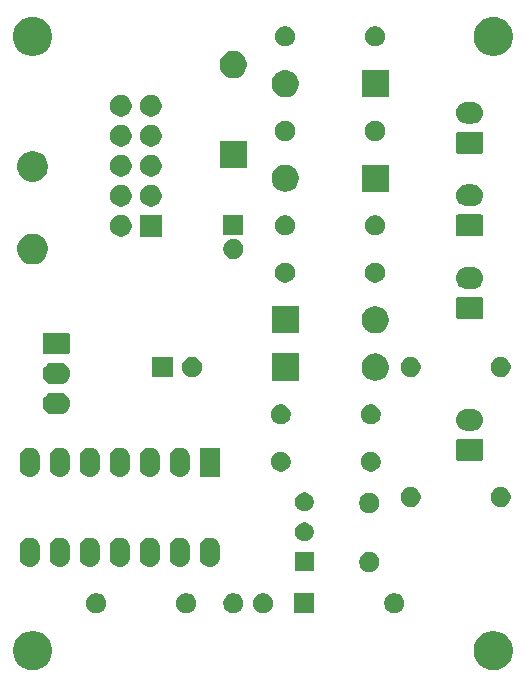
<source format=gbr>
G04 #@! TF.GenerationSoftware,KiCad,Pcbnew,5.1.6-c6e7f7d~87~ubuntu20.04.1*
G04 #@! TF.CreationDate,2020-09-27T20:16:03-04:00*
G04 #@! TF.ProjectId,Suboscillator,5375626f-7363-4696-9c6c-61746f722e6b,rev?*
G04 #@! TF.SameCoordinates,Original*
G04 #@! TF.FileFunction,Soldermask,Top*
G04 #@! TF.FilePolarity,Negative*
%FSLAX46Y46*%
G04 Gerber Fmt 4.6, Leading zero omitted, Abs format (unit mm)*
G04 Created by KiCad (PCBNEW 5.1.6-c6e7f7d~87~ubuntu20.04.1) date 2020-09-27 20:16:03*
%MOMM*%
%LPD*%
G01*
G04 APERTURE LIST*
%ADD10C,0.100000*%
G04 APERTURE END LIST*
D10*
G36*
X169375256Y-87391298D02*
G01*
X169481579Y-87412447D01*
X169782042Y-87536903D01*
X170052451Y-87717585D01*
X170282415Y-87947549D01*
X170463097Y-88217958D01*
X170587553Y-88518421D01*
X170651000Y-88837391D01*
X170651000Y-89162609D01*
X170587553Y-89481579D01*
X170463097Y-89782042D01*
X170282415Y-90052451D01*
X170052451Y-90282415D01*
X169782042Y-90463097D01*
X169481579Y-90587553D01*
X169375256Y-90608702D01*
X169162611Y-90651000D01*
X168837389Y-90651000D01*
X168624744Y-90608702D01*
X168518421Y-90587553D01*
X168217958Y-90463097D01*
X167947549Y-90282415D01*
X167717585Y-90052451D01*
X167536903Y-89782042D01*
X167412447Y-89481579D01*
X167349000Y-89162609D01*
X167349000Y-88837391D01*
X167412447Y-88518421D01*
X167536903Y-88217958D01*
X167717585Y-87947549D01*
X167947549Y-87717585D01*
X168217958Y-87536903D01*
X168518421Y-87412447D01*
X168624744Y-87391298D01*
X168837389Y-87349000D01*
X169162611Y-87349000D01*
X169375256Y-87391298D01*
G37*
G36*
X130375256Y-87391298D02*
G01*
X130481579Y-87412447D01*
X130782042Y-87536903D01*
X131052451Y-87717585D01*
X131282415Y-87947549D01*
X131463097Y-88217958D01*
X131587553Y-88518421D01*
X131651000Y-88837391D01*
X131651000Y-89162609D01*
X131587553Y-89481579D01*
X131463097Y-89782042D01*
X131282415Y-90052451D01*
X131052451Y-90282415D01*
X130782042Y-90463097D01*
X130481579Y-90587553D01*
X130375256Y-90608702D01*
X130162611Y-90651000D01*
X129837389Y-90651000D01*
X129624744Y-90608702D01*
X129518421Y-90587553D01*
X129217958Y-90463097D01*
X128947549Y-90282415D01*
X128717585Y-90052451D01*
X128536903Y-89782042D01*
X128412447Y-89481579D01*
X128349000Y-89162609D01*
X128349000Y-88837391D01*
X128412447Y-88518421D01*
X128536903Y-88217958D01*
X128717585Y-87947549D01*
X128947549Y-87717585D01*
X129217958Y-87536903D01*
X129518421Y-87412447D01*
X129624744Y-87391298D01*
X129837389Y-87349000D01*
X130162611Y-87349000D01*
X130375256Y-87391298D01*
G37*
G36*
X147248228Y-84181703D02*
G01*
X147403100Y-84245853D01*
X147542481Y-84338985D01*
X147661015Y-84457519D01*
X147754147Y-84596900D01*
X147818297Y-84751772D01*
X147851000Y-84916184D01*
X147851000Y-85083816D01*
X147818297Y-85248228D01*
X147754147Y-85403100D01*
X147661015Y-85542481D01*
X147542481Y-85661015D01*
X147403100Y-85754147D01*
X147248228Y-85818297D01*
X147083816Y-85851000D01*
X146916184Y-85851000D01*
X146751772Y-85818297D01*
X146596900Y-85754147D01*
X146457519Y-85661015D01*
X146338985Y-85542481D01*
X146245853Y-85403100D01*
X146181703Y-85248228D01*
X146149000Y-85083816D01*
X146149000Y-84916184D01*
X146181703Y-84751772D01*
X146245853Y-84596900D01*
X146338985Y-84457519D01*
X146457519Y-84338985D01*
X146596900Y-84245853D01*
X146751772Y-84181703D01*
X146916184Y-84149000D01*
X147083816Y-84149000D01*
X147248228Y-84181703D01*
G37*
G36*
X149748228Y-84181703D02*
G01*
X149903100Y-84245853D01*
X150042481Y-84338985D01*
X150161015Y-84457519D01*
X150254147Y-84596900D01*
X150318297Y-84751772D01*
X150351000Y-84916184D01*
X150351000Y-85083816D01*
X150318297Y-85248228D01*
X150254147Y-85403100D01*
X150161015Y-85542481D01*
X150042481Y-85661015D01*
X149903100Y-85754147D01*
X149748228Y-85818297D01*
X149583816Y-85851000D01*
X149416184Y-85851000D01*
X149251772Y-85818297D01*
X149096900Y-85754147D01*
X148957519Y-85661015D01*
X148838985Y-85542481D01*
X148745853Y-85403100D01*
X148681703Y-85248228D01*
X148649000Y-85083816D01*
X148649000Y-84916184D01*
X148681703Y-84751772D01*
X148745853Y-84596900D01*
X148838985Y-84457519D01*
X148957519Y-84338985D01*
X149096900Y-84245853D01*
X149251772Y-84181703D01*
X149416184Y-84149000D01*
X149583816Y-84149000D01*
X149748228Y-84181703D01*
G37*
G36*
X160868228Y-84181703D02*
G01*
X161023100Y-84245853D01*
X161162481Y-84338985D01*
X161281015Y-84457519D01*
X161374147Y-84596900D01*
X161438297Y-84751772D01*
X161471000Y-84916184D01*
X161471000Y-85083816D01*
X161438297Y-85248228D01*
X161374147Y-85403100D01*
X161281015Y-85542481D01*
X161162481Y-85661015D01*
X161023100Y-85754147D01*
X160868228Y-85818297D01*
X160703816Y-85851000D01*
X160536184Y-85851000D01*
X160371772Y-85818297D01*
X160216900Y-85754147D01*
X160077519Y-85661015D01*
X159958985Y-85542481D01*
X159865853Y-85403100D01*
X159801703Y-85248228D01*
X159769000Y-85083816D01*
X159769000Y-84916184D01*
X159801703Y-84751772D01*
X159865853Y-84596900D01*
X159958985Y-84457519D01*
X160077519Y-84338985D01*
X160216900Y-84245853D01*
X160371772Y-84181703D01*
X160536184Y-84149000D01*
X160703816Y-84149000D01*
X160868228Y-84181703D01*
G37*
G36*
X153851000Y-85851000D02*
G01*
X152149000Y-85851000D01*
X152149000Y-84149000D01*
X153851000Y-84149000D01*
X153851000Y-85851000D01*
G37*
G36*
X135628228Y-84181703D02*
G01*
X135783100Y-84245853D01*
X135922481Y-84338985D01*
X136041015Y-84457519D01*
X136134147Y-84596900D01*
X136198297Y-84751772D01*
X136231000Y-84916184D01*
X136231000Y-85083816D01*
X136198297Y-85248228D01*
X136134147Y-85403100D01*
X136041015Y-85542481D01*
X135922481Y-85661015D01*
X135783100Y-85754147D01*
X135628228Y-85818297D01*
X135463816Y-85851000D01*
X135296184Y-85851000D01*
X135131772Y-85818297D01*
X134976900Y-85754147D01*
X134837519Y-85661015D01*
X134718985Y-85542481D01*
X134625853Y-85403100D01*
X134561703Y-85248228D01*
X134529000Y-85083816D01*
X134529000Y-84916184D01*
X134561703Y-84751772D01*
X134625853Y-84596900D01*
X134718985Y-84457519D01*
X134837519Y-84338985D01*
X134976900Y-84245853D01*
X135131772Y-84181703D01*
X135296184Y-84149000D01*
X135463816Y-84149000D01*
X135628228Y-84181703D01*
G37*
G36*
X143248228Y-84181703D02*
G01*
X143403100Y-84245853D01*
X143542481Y-84338985D01*
X143661015Y-84457519D01*
X143754147Y-84596900D01*
X143818297Y-84751772D01*
X143851000Y-84916184D01*
X143851000Y-85083816D01*
X143818297Y-85248228D01*
X143754147Y-85403100D01*
X143661015Y-85542481D01*
X143542481Y-85661015D01*
X143403100Y-85754147D01*
X143248228Y-85818297D01*
X143083816Y-85851000D01*
X142916184Y-85851000D01*
X142751772Y-85818297D01*
X142596900Y-85754147D01*
X142457519Y-85661015D01*
X142338985Y-85542481D01*
X142245853Y-85403100D01*
X142181703Y-85248228D01*
X142149000Y-85083816D01*
X142149000Y-84916184D01*
X142181703Y-84751772D01*
X142245853Y-84596900D01*
X142338985Y-84457519D01*
X142457519Y-84338985D01*
X142596900Y-84245853D01*
X142751772Y-84181703D01*
X142916184Y-84149000D01*
X143083816Y-84149000D01*
X143248228Y-84181703D01*
G37*
G36*
X158748228Y-80681703D02*
G01*
X158903100Y-80745853D01*
X159042481Y-80838985D01*
X159161015Y-80957519D01*
X159254147Y-81096900D01*
X159318297Y-81251772D01*
X159351000Y-81416184D01*
X159351000Y-81583816D01*
X159318297Y-81748228D01*
X159254147Y-81903100D01*
X159161015Y-82042481D01*
X159042481Y-82161015D01*
X158903100Y-82254147D01*
X158748228Y-82318297D01*
X158583816Y-82351000D01*
X158416184Y-82351000D01*
X158251772Y-82318297D01*
X158096900Y-82254147D01*
X157957519Y-82161015D01*
X157838985Y-82042481D01*
X157745853Y-81903100D01*
X157681703Y-81748228D01*
X157649000Y-81583816D01*
X157649000Y-81416184D01*
X157681703Y-81251772D01*
X157745853Y-81096900D01*
X157838985Y-80957519D01*
X157957519Y-80838985D01*
X158096900Y-80745853D01*
X158251772Y-80681703D01*
X158416184Y-80649000D01*
X158583816Y-80649000D01*
X158748228Y-80681703D01*
G37*
G36*
X153801000Y-82301000D02*
G01*
X152199000Y-82301000D01*
X152199000Y-80699000D01*
X153801000Y-80699000D01*
X153801000Y-82301000D01*
G37*
G36*
X140086823Y-79446313D02*
G01*
X140247242Y-79494976D01*
X140379906Y-79565886D01*
X140395078Y-79573996D01*
X140524659Y-79680341D01*
X140631004Y-79809922D01*
X140631005Y-79809924D01*
X140710024Y-79957758D01*
X140758687Y-80118178D01*
X140771000Y-80243197D01*
X140771000Y-81126804D01*
X140758687Y-81251823D01*
X140710024Y-81412242D01*
X140707916Y-81416185D01*
X140631004Y-81560078D01*
X140524659Y-81689659D01*
X140395077Y-81796005D01*
X140247241Y-81875024D01*
X140086822Y-81923687D01*
X139920000Y-81940117D01*
X139753177Y-81923687D01*
X139592758Y-81875024D01*
X139444924Y-81796005D01*
X139444922Y-81796004D01*
X139315341Y-81689659D01*
X139208995Y-81560077D01*
X139129976Y-81412241D01*
X139081313Y-81251822D01*
X139069000Y-81126803D01*
X139069000Y-80243197D01*
X139081314Y-80118177D01*
X139129977Y-79957758D01*
X139208996Y-79809924D01*
X139208997Y-79809922D01*
X139315342Y-79680341D01*
X139444923Y-79573996D01*
X139460095Y-79565886D01*
X139592759Y-79494976D01*
X139753178Y-79446313D01*
X139920000Y-79429883D01*
X140086823Y-79446313D01*
G37*
G36*
X145166823Y-79446313D02*
G01*
X145327242Y-79494976D01*
X145459906Y-79565886D01*
X145475078Y-79573996D01*
X145604659Y-79680341D01*
X145711004Y-79809922D01*
X145711005Y-79809924D01*
X145790024Y-79957758D01*
X145838687Y-80118178D01*
X145851000Y-80243197D01*
X145851000Y-81126804D01*
X145838687Y-81251823D01*
X145790024Y-81412242D01*
X145787916Y-81416185D01*
X145711004Y-81560078D01*
X145604659Y-81689659D01*
X145475077Y-81796005D01*
X145327241Y-81875024D01*
X145166822Y-81923687D01*
X145000000Y-81940117D01*
X144833177Y-81923687D01*
X144672758Y-81875024D01*
X144524924Y-81796005D01*
X144524922Y-81796004D01*
X144395341Y-81689659D01*
X144288995Y-81560077D01*
X144209976Y-81412241D01*
X144161313Y-81251822D01*
X144149000Y-81126803D01*
X144149000Y-80243197D01*
X144161314Y-80118177D01*
X144209977Y-79957758D01*
X144288996Y-79809924D01*
X144288997Y-79809922D01*
X144395342Y-79680341D01*
X144524923Y-79573996D01*
X144540095Y-79565886D01*
X144672759Y-79494976D01*
X144833178Y-79446313D01*
X145000000Y-79429883D01*
X145166823Y-79446313D01*
G37*
G36*
X142626823Y-79446313D02*
G01*
X142787242Y-79494976D01*
X142919906Y-79565886D01*
X142935078Y-79573996D01*
X143064659Y-79680341D01*
X143171004Y-79809922D01*
X143171005Y-79809924D01*
X143250024Y-79957758D01*
X143298687Y-80118178D01*
X143311000Y-80243197D01*
X143311000Y-81126804D01*
X143298687Y-81251823D01*
X143250024Y-81412242D01*
X143247916Y-81416185D01*
X143171004Y-81560078D01*
X143064659Y-81689659D01*
X142935077Y-81796005D01*
X142787241Y-81875024D01*
X142626822Y-81923687D01*
X142460000Y-81940117D01*
X142293177Y-81923687D01*
X142132758Y-81875024D01*
X141984924Y-81796005D01*
X141984922Y-81796004D01*
X141855341Y-81689659D01*
X141748995Y-81560077D01*
X141669976Y-81412241D01*
X141621313Y-81251822D01*
X141609000Y-81126803D01*
X141609000Y-80243197D01*
X141621314Y-80118177D01*
X141669977Y-79957758D01*
X141748996Y-79809924D01*
X141748997Y-79809922D01*
X141855342Y-79680341D01*
X141984923Y-79573996D01*
X142000095Y-79565886D01*
X142132759Y-79494976D01*
X142293178Y-79446313D01*
X142460000Y-79429883D01*
X142626823Y-79446313D01*
G37*
G36*
X137546823Y-79446313D02*
G01*
X137707242Y-79494976D01*
X137839906Y-79565886D01*
X137855078Y-79573996D01*
X137984659Y-79680341D01*
X138091004Y-79809922D01*
X138091005Y-79809924D01*
X138170024Y-79957758D01*
X138218687Y-80118178D01*
X138231000Y-80243197D01*
X138231000Y-81126804D01*
X138218687Y-81251823D01*
X138170024Y-81412242D01*
X138167916Y-81416185D01*
X138091004Y-81560078D01*
X137984659Y-81689659D01*
X137855077Y-81796005D01*
X137707241Y-81875024D01*
X137546822Y-81923687D01*
X137380000Y-81940117D01*
X137213177Y-81923687D01*
X137052758Y-81875024D01*
X136904924Y-81796005D01*
X136904922Y-81796004D01*
X136775341Y-81689659D01*
X136668995Y-81560077D01*
X136589976Y-81412241D01*
X136541313Y-81251822D01*
X136529000Y-81126803D01*
X136529000Y-80243197D01*
X136541314Y-80118177D01*
X136589977Y-79957758D01*
X136668996Y-79809924D01*
X136668997Y-79809922D01*
X136775342Y-79680341D01*
X136904923Y-79573996D01*
X136920095Y-79565886D01*
X137052759Y-79494976D01*
X137213178Y-79446313D01*
X137380000Y-79429883D01*
X137546823Y-79446313D01*
G37*
G36*
X135006823Y-79446313D02*
G01*
X135167242Y-79494976D01*
X135299906Y-79565886D01*
X135315078Y-79573996D01*
X135444659Y-79680341D01*
X135551004Y-79809922D01*
X135551005Y-79809924D01*
X135630024Y-79957758D01*
X135678687Y-80118178D01*
X135691000Y-80243197D01*
X135691000Y-81126804D01*
X135678687Y-81251823D01*
X135630024Y-81412242D01*
X135627916Y-81416185D01*
X135551004Y-81560078D01*
X135444659Y-81689659D01*
X135315077Y-81796005D01*
X135167241Y-81875024D01*
X135006822Y-81923687D01*
X134840000Y-81940117D01*
X134673177Y-81923687D01*
X134512758Y-81875024D01*
X134364924Y-81796005D01*
X134364922Y-81796004D01*
X134235341Y-81689659D01*
X134128995Y-81560077D01*
X134049976Y-81412241D01*
X134001313Y-81251822D01*
X133989000Y-81126803D01*
X133989000Y-80243197D01*
X134001314Y-80118177D01*
X134049977Y-79957758D01*
X134128996Y-79809924D01*
X134128997Y-79809922D01*
X134235342Y-79680341D01*
X134364923Y-79573996D01*
X134380095Y-79565886D01*
X134512759Y-79494976D01*
X134673178Y-79446313D01*
X134840000Y-79429883D01*
X135006823Y-79446313D01*
G37*
G36*
X132466823Y-79446313D02*
G01*
X132627242Y-79494976D01*
X132759906Y-79565886D01*
X132775078Y-79573996D01*
X132904659Y-79680341D01*
X133011004Y-79809922D01*
X133011005Y-79809924D01*
X133090024Y-79957758D01*
X133138687Y-80118178D01*
X133151000Y-80243197D01*
X133151000Y-81126804D01*
X133138687Y-81251823D01*
X133090024Y-81412242D01*
X133087916Y-81416185D01*
X133011004Y-81560078D01*
X132904659Y-81689659D01*
X132775077Y-81796005D01*
X132627241Y-81875024D01*
X132466822Y-81923687D01*
X132300000Y-81940117D01*
X132133177Y-81923687D01*
X131972758Y-81875024D01*
X131824924Y-81796005D01*
X131824922Y-81796004D01*
X131695341Y-81689659D01*
X131588995Y-81560077D01*
X131509976Y-81412241D01*
X131461313Y-81251822D01*
X131449000Y-81126803D01*
X131449000Y-80243197D01*
X131461314Y-80118177D01*
X131509977Y-79957758D01*
X131588996Y-79809924D01*
X131588997Y-79809922D01*
X131695342Y-79680341D01*
X131824923Y-79573996D01*
X131840095Y-79565886D01*
X131972759Y-79494976D01*
X132133178Y-79446313D01*
X132300000Y-79429883D01*
X132466823Y-79446313D01*
G37*
G36*
X129926823Y-79446313D02*
G01*
X130087242Y-79494976D01*
X130219906Y-79565886D01*
X130235078Y-79573996D01*
X130364659Y-79680341D01*
X130471004Y-79809922D01*
X130471005Y-79809924D01*
X130550024Y-79957758D01*
X130598687Y-80118178D01*
X130611000Y-80243197D01*
X130611000Y-81126804D01*
X130598687Y-81251823D01*
X130550024Y-81412242D01*
X130547916Y-81416185D01*
X130471004Y-81560078D01*
X130364659Y-81689659D01*
X130235077Y-81796005D01*
X130087241Y-81875024D01*
X129926822Y-81923687D01*
X129760000Y-81940117D01*
X129593177Y-81923687D01*
X129432758Y-81875024D01*
X129284924Y-81796005D01*
X129284922Y-81796004D01*
X129155341Y-81689659D01*
X129048995Y-81560077D01*
X128969976Y-81412241D01*
X128921313Y-81251822D01*
X128909000Y-81126803D01*
X128909000Y-80243197D01*
X128921314Y-80118177D01*
X128969977Y-79957758D01*
X129048996Y-79809924D01*
X129048997Y-79809922D01*
X129155342Y-79680341D01*
X129284923Y-79573996D01*
X129300095Y-79565886D01*
X129432759Y-79494976D01*
X129593178Y-79446313D01*
X129760000Y-79429883D01*
X129926823Y-79446313D01*
G37*
G36*
X153233642Y-78189781D02*
G01*
X153379414Y-78250162D01*
X153379416Y-78250163D01*
X153510608Y-78337822D01*
X153622178Y-78449392D01*
X153709837Y-78580584D01*
X153709838Y-78580586D01*
X153770219Y-78726358D01*
X153801000Y-78881107D01*
X153801000Y-79038893D01*
X153770219Y-79193642D01*
X153709838Y-79339414D01*
X153709837Y-79339416D01*
X153622178Y-79470608D01*
X153510608Y-79582178D01*
X153379416Y-79669837D01*
X153379415Y-79669838D01*
X153379414Y-79669838D01*
X153233642Y-79730219D01*
X153078893Y-79761000D01*
X152921107Y-79761000D01*
X152766358Y-79730219D01*
X152620586Y-79669838D01*
X152620585Y-79669838D01*
X152620584Y-79669837D01*
X152489392Y-79582178D01*
X152377822Y-79470608D01*
X152290163Y-79339416D01*
X152290162Y-79339414D01*
X152229781Y-79193642D01*
X152199000Y-79038893D01*
X152199000Y-78881107D01*
X152229781Y-78726358D01*
X152290162Y-78580586D01*
X152290163Y-78580584D01*
X152377822Y-78449392D01*
X152489392Y-78337822D01*
X152620584Y-78250163D01*
X152620586Y-78250162D01*
X152766358Y-78189781D01*
X152921107Y-78159000D01*
X153078893Y-78159000D01*
X153233642Y-78189781D01*
G37*
G36*
X158748228Y-75681703D02*
G01*
X158903100Y-75745853D01*
X159042481Y-75838985D01*
X159161015Y-75957519D01*
X159254147Y-76096900D01*
X159318297Y-76251772D01*
X159351000Y-76416184D01*
X159351000Y-76583816D01*
X159318297Y-76748228D01*
X159254147Y-76903100D01*
X159161015Y-77042481D01*
X159042481Y-77161015D01*
X158903100Y-77254147D01*
X158748228Y-77318297D01*
X158583816Y-77351000D01*
X158416184Y-77351000D01*
X158251772Y-77318297D01*
X158096900Y-77254147D01*
X157957519Y-77161015D01*
X157838985Y-77042481D01*
X157745853Y-76903100D01*
X157681703Y-76748228D01*
X157649000Y-76583816D01*
X157649000Y-76416184D01*
X157681703Y-76251772D01*
X157745853Y-76096900D01*
X157838985Y-75957519D01*
X157957519Y-75838985D01*
X158096900Y-75745853D01*
X158251772Y-75681703D01*
X158416184Y-75649000D01*
X158583816Y-75649000D01*
X158748228Y-75681703D01*
G37*
G36*
X153233642Y-75649781D02*
G01*
X153379414Y-75710162D01*
X153379416Y-75710163D01*
X153510608Y-75797822D01*
X153622178Y-75909392D01*
X153709837Y-76040584D01*
X153709838Y-76040586D01*
X153770219Y-76186358D01*
X153801000Y-76341107D01*
X153801000Y-76498893D01*
X153770219Y-76653642D01*
X153728588Y-76754147D01*
X153709837Y-76799416D01*
X153622178Y-76930608D01*
X153510608Y-77042178D01*
X153379416Y-77129837D01*
X153379415Y-77129838D01*
X153379414Y-77129838D01*
X153233642Y-77190219D01*
X153078893Y-77221000D01*
X152921107Y-77221000D01*
X152766358Y-77190219D01*
X152620586Y-77129838D01*
X152620585Y-77129838D01*
X152620584Y-77129837D01*
X152489392Y-77042178D01*
X152377822Y-76930608D01*
X152290163Y-76799416D01*
X152271412Y-76754147D01*
X152229781Y-76653642D01*
X152199000Y-76498893D01*
X152199000Y-76341107D01*
X152229781Y-76186358D01*
X152290162Y-76040586D01*
X152290163Y-76040584D01*
X152377822Y-75909392D01*
X152489392Y-75797822D01*
X152620584Y-75710163D01*
X152620586Y-75710162D01*
X152766358Y-75649781D01*
X152921107Y-75619000D01*
X153078893Y-75619000D01*
X153233642Y-75649781D01*
G37*
G36*
X162248228Y-75181703D02*
G01*
X162403100Y-75245853D01*
X162542481Y-75338985D01*
X162661015Y-75457519D01*
X162754147Y-75596900D01*
X162818297Y-75751772D01*
X162851000Y-75916184D01*
X162851000Y-76083816D01*
X162818297Y-76248228D01*
X162754147Y-76403100D01*
X162661015Y-76542481D01*
X162542481Y-76661015D01*
X162403100Y-76754147D01*
X162248228Y-76818297D01*
X162083816Y-76851000D01*
X161916184Y-76851000D01*
X161751772Y-76818297D01*
X161596900Y-76754147D01*
X161457519Y-76661015D01*
X161338985Y-76542481D01*
X161245853Y-76403100D01*
X161181703Y-76248228D01*
X161149000Y-76083816D01*
X161149000Y-75916184D01*
X161181703Y-75751772D01*
X161245853Y-75596900D01*
X161338985Y-75457519D01*
X161457519Y-75338985D01*
X161596900Y-75245853D01*
X161751772Y-75181703D01*
X161916184Y-75149000D01*
X162083816Y-75149000D01*
X162248228Y-75181703D01*
G37*
G36*
X169868228Y-75181703D02*
G01*
X170023100Y-75245853D01*
X170162481Y-75338985D01*
X170281015Y-75457519D01*
X170374147Y-75596900D01*
X170438297Y-75751772D01*
X170471000Y-75916184D01*
X170471000Y-76083816D01*
X170438297Y-76248228D01*
X170374147Y-76403100D01*
X170281015Y-76542481D01*
X170162481Y-76661015D01*
X170023100Y-76754147D01*
X169868228Y-76818297D01*
X169703816Y-76851000D01*
X169536184Y-76851000D01*
X169371772Y-76818297D01*
X169216900Y-76754147D01*
X169077519Y-76661015D01*
X168958985Y-76542481D01*
X168865853Y-76403100D01*
X168801703Y-76248228D01*
X168769000Y-76083816D01*
X168769000Y-75916184D01*
X168801703Y-75751772D01*
X168865853Y-75596900D01*
X168958985Y-75457519D01*
X169077519Y-75338985D01*
X169216900Y-75245853D01*
X169371772Y-75181703D01*
X169536184Y-75149000D01*
X169703816Y-75149000D01*
X169868228Y-75181703D01*
G37*
G36*
X137546823Y-71826313D02*
G01*
X137707242Y-71874976D01*
X137839906Y-71945886D01*
X137855078Y-71953996D01*
X137984659Y-72060341D01*
X138091004Y-72189922D01*
X138091005Y-72189924D01*
X138170024Y-72337758D01*
X138218687Y-72498178D01*
X138231000Y-72623197D01*
X138231000Y-73506804D01*
X138218687Y-73631823D01*
X138170024Y-73792242D01*
X138156098Y-73818295D01*
X138091004Y-73940078D01*
X137984659Y-74069659D01*
X137855077Y-74176005D01*
X137707241Y-74255024D01*
X137546822Y-74303687D01*
X137380000Y-74320117D01*
X137213177Y-74303687D01*
X137052758Y-74255024D01*
X136904924Y-74176005D01*
X136904922Y-74176004D01*
X136775341Y-74069659D01*
X136668995Y-73940077D01*
X136589976Y-73792241D01*
X136541313Y-73631822D01*
X136529000Y-73506803D01*
X136529000Y-72623197D01*
X136541314Y-72498177D01*
X136589977Y-72337758D01*
X136668996Y-72189924D01*
X136668997Y-72189922D01*
X136775342Y-72060341D01*
X136904923Y-71953996D01*
X136920095Y-71945886D01*
X137052759Y-71874976D01*
X137213178Y-71826313D01*
X137380000Y-71809883D01*
X137546823Y-71826313D01*
G37*
G36*
X140086823Y-71826313D02*
G01*
X140247242Y-71874976D01*
X140379906Y-71945886D01*
X140395078Y-71953996D01*
X140524659Y-72060341D01*
X140631004Y-72189922D01*
X140631005Y-72189924D01*
X140710024Y-72337758D01*
X140758687Y-72498178D01*
X140771000Y-72623197D01*
X140771000Y-73506804D01*
X140758687Y-73631823D01*
X140710024Y-73792242D01*
X140696098Y-73818295D01*
X140631004Y-73940078D01*
X140524659Y-74069659D01*
X140395077Y-74176005D01*
X140247241Y-74255024D01*
X140086822Y-74303687D01*
X139920000Y-74320117D01*
X139753177Y-74303687D01*
X139592758Y-74255024D01*
X139444924Y-74176005D01*
X139444922Y-74176004D01*
X139315341Y-74069659D01*
X139208995Y-73940077D01*
X139129976Y-73792241D01*
X139081313Y-73631822D01*
X139069000Y-73506803D01*
X139069000Y-72623197D01*
X139081314Y-72498177D01*
X139129977Y-72337758D01*
X139208996Y-72189924D01*
X139208997Y-72189922D01*
X139315342Y-72060341D01*
X139444923Y-71953996D01*
X139460095Y-71945886D01*
X139592759Y-71874976D01*
X139753178Y-71826313D01*
X139920000Y-71809883D01*
X140086823Y-71826313D01*
G37*
G36*
X142626823Y-71826313D02*
G01*
X142787242Y-71874976D01*
X142919906Y-71945886D01*
X142935078Y-71953996D01*
X143064659Y-72060341D01*
X143171004Y-72189922D01*
X143171005Y-72189924D01*
X143250024Y-72337758D01*
X143298687Y-72498178D01*
X143311000Y-72623197D01*
X143311000Y-73506804D01*
X143298687Y-73631823D01*
X143250024Y-73792242D01*
X143236098Y-73818295D01*
X143171004Y-73940078D01*
X143064659Y-74069659D01*
X142935077Y-74176005D01*
X142787241Y-74255024D01*
X142626822Y-74303687D01*
X142460000Y-74320117D01*
X142293177Y-74303687D01*
X142132758Y-74255024D01*
X141984924Y-74176005D01*
X141984922Y-74176004D01*
X141855341Y-74069659D01*
X141748995Y-73940077D01*
X141669976Y-73792241D01*
X141621313Y-73631822D01*
X141609000Y-73506803D01*
X141609000Y-72623197D01*
X141621314Y-72498177D01*
X141669977Y-72337758D01*
X141748996Y-72189924D01*
X141748997Y-72189922D01*
X141855342Y-72060341D01*
X141984923Y-71953996D01*
X142000095Y-71945886D01*
X142132759Y-71874976D01*
X142293178Y-71826313D01*
X142460000Y-71809883D01*
X142626823Y-71826313D01*
G37*
G36*
X135006823Y-71826313D02*
G01*
X135167242Y-71874976D01*
X135299906Y-71945886D01*
X135315078Y-71953996D01*
X135444659Y-72060341D01*
X135551004Y-72189922D01*
X135551005Y-72189924D01*
X135630024Y-72337758D01*
X135678687Y-72498178D01*
X135691000Y-72623197D01*
X135691000Y-73506804D01*
X135678687Y-73631823D01*
X135630024Y-73792242D01*
X135616098Y-73818295D01*
X135551004Y-73940078D01*
X135444659Y-74069659D01*
X135315077Y-74176005D01*
X135167241Y-74255024D01*
X135006822Y-74303687D01*
X134840000Y-74320117D01*
X134673177Y-74303687D01*
X134512758Y-74255024D01*
X134364924Y-74176005D01*
X134364922Y-74176004D01*
X134235341Y-74069659D01*
X134128995Y-73940077D01*
X134049976Y-73792241D01*
X134001313Y-73631822D01*
X133989000Y-73506803D01*
X133989000Y-72623197D01*
X134001314Y-72498177D01*
X134049977Y-72337758D01*
X134128996Y-72189924D01*
X134128997Y-72189922D01*
X134235342Y-72060341D01*
X134364923Y-71953996D01*
X134380095Y-71945886D01*
X134512759Y-71874976D01*
X134673178Y-71826313D01*
X134840000Y-71809883D01*
X135006823Y-71826313D01*
G37*
G36*
X132466823Y-71826313D02*
G01*
X132627242Y-71874976D01*
X132759906Y-71945886D01*
X132775078Y-71953996D01*
X132904659Y-72060341D01*
X133011004Y-72189922D01*
X133011005Y-72189924D01*
X133090024Y-72337758D01*
X133138687Y-72498178D01*
X133151000Y-72623197D01*
X133151000Y-73506804D01*
X133138687Y-73631823D01*
X133090024Y-73792242D01*
X133076098Y-73818295D01*
X133011004Y-73940078D01*
X132904659Y-74069659D01*
X132775077Y-74176005D01*
X132627241Y-74255024D01*
X132466822Y-74303687D01*
X132300000Y-74320117D01*
X132133177Y-74303687D01*
X131972758Y-74255024D01*
X131824924Y-74176005D01*
X131824922Y-74176004D01*
X131695341Y-74069659D01*
X131588995Y-73940077D01*
X131509976Y-73792241D01*
X131461313Y-73631822D01*
X131449000Y-73506803D01*
X131449000Y-72623197D01*
X131461314Y-72498177D01*
X131509977Y-72337758D01*
X131588996Y-72189924D01*
X131588997Y-72189922D01*
X131695342Y-72060341D01*
X131824923Y-71953996D01*
X131840095Y-71945886D01*
X131972759Y-71874976D01*
X132133178Y-71826313D01*
X132300000Y-71809883D01*
X132466823Y-71826313D01*
G37*
G36*
X129926823Y-71826313D02*
G01*
X130087242Y-71874976D01*
X130219906Y-71945886D01*
X130235078Y-71953996D01*
X130364659Y-72060341D01*
X130471004Y-72189922D01*
X130471005Y-72189924D01*
X130550024Y-72337758D01*
X130598687Y-72498178D01*
X130611000Y-72623197D01*
X130611000Y-73506804D01*
X130598687Y-73631823D01*
X130550024Y-73792242D01*
X130536098Y-73818295D01*
X130471004Y-73940078D01*
X130364659Y-74069659D01*
X130235077Y-74176005D01*
X130087241Y-74255024D01*
X129926822Y-74303687D01*
X129760000Y-74320117D01*
X129593177Y-74303687D01*
X129432758Y-74255024D01*
X129284924Y-74176005D01*
X129284922Y-74176004D01*
X129155341Y-74069659D01*
X129048995Y-73940077D01*
X128969976Y-73792241D01*
X128921313Y-73631822D01*
X128909000Y-73506803D01*
X128909000Y-72623197D01*
X128921314Y-72498177D01*
X128969977Y-72337758D01*
X129048996Y-72189924D01*
X129048997Y-72189922D01*
X129155342Y-72060341D01*
X129284923Y-71953996D01*
X129300095Y-71945886D01*
X129432759Y-71874976D01*
X129593178Y-71826313D01*
X129760000Y-71809883D01*
X129926823Y-71826313D01*
G37*
G36*
X145851000Y-74316000D02*
G01*
X144149000Y-74316000D01*
X144149000Y-71814000D01*
X145851000Y-71814000D01*
X145851000Y-74316000D01*
G37*
G36*
X158868228Y-72181703D02*
G01*
X159023100Y-72245853D01*
X159162481Y-72338985D01*
X159281015Y-72457519D01*
X159374147Y-72596900D01*
X159438297Y-72751772D01*
X159471000Y-72916184D01*
X159471000Y-73083816D01*
X159438297Y-73248228D01*
X159374147Y-73403100D01*
X159281015Y-73542481D01*
X159162481Y-73661015D01*
X159023100Y-73754147D01*
X158868228Y-73818297D01*
X158703816Y-73851000D01*
X158536184Y-73851000D01*
X158371772Y-73818297D01*
X158216900Y-73754147D01*
X158077519Y-73661015D01*
X157958985Y-73542481D01*
X157865853Y-73403100D01*
X157801703Y-73248228D01*
X157769000Y-73083816D01*
X157769000Y-72916184D01*
X157801703Y-72751772D01*
X157865853Y-72596900D01*
X157958985Y-72457519D01*
X158077519Y-72338985D01*
X158216900Y-72245853D01*
X158371772Y-72181703D01*
X158536184Y-72149000D01*
X158703816Y-72149000D01*
X158868228Y-72181703D01*
G37*
G36*
X151248228Y-72181703D02*
G01*
X151403100Y-72245853D01*
X151542481Y-72338985D01*
X151661015Y-72457519D01*
X151754147Y-72596900D01*
X151818297Y-72751772D01*
X151851000Y-72916184D01*
X151851000Y-73083816D01*
X151818297Y-73248228D01*
X151754147Y-73403100D01*
X151661015Y-73542481D01*
X151542481Y-73661015D01*
X151403100Y-73754147D01*
X151248228Y-73818297D01*
X151083816Y-73851000D01*
X150916184Y-73851000D01*
X150751772Y-73818297D01*
X150596900Y-73754147D01*
X150457519Y-73661015D01*
X150338985Y-73542481D01*
X150245853Y-73403100D01*
X150181703Y-73248228D01*
X150149000Y-73083816D01*
X150149000Y-72916184D01*
X150181703Y-72751772D01*
X150245853Y-72596900D01*
X150338985Y-72457519D01*
X150457519Y-72338985D01*
X150596900Y-72245853D01*
X150751772Y-72181703D01*
X150916184Y-72149000D01*
X151083816Y-72149000D01*
X151248228Y-72181703D01*
G37*
G36*
X168009561Y-71082966D02*
G01*
X168042383Y-71092923D01*
X168072632Y-71109092D01*
X168099148Y-71130852D01*
X168120908Y-71157368D01*
X168137077Y-71187617D01*
X168147034Y-71220439D01*
X168151000Y-71260713D01*
X168151000Y-72739287D01*
X168147034Y-72779561D01*
X168137077Y-72812383D01*
X168120908Y-72842632D01*
X168099148Y-72869148D01*
X168072632Y-72890908D01*
X168042383Y-72907077D01*
X168009561Y-72917034D01*
X167969287Y-72921000D01*
X166030713Y-72921000D01*
X165990439Y-72917034D01*
X165957617Y-72907077D01*
X165927368Y-72890908D01*
X165900852Y-72869148D01*
X165879092Y-72842632D01*
X165862923Y-72812383D01*
X165852966Y-72779561D01*
X165849000Y-72739287D01*
X165849000Y-71260713D01*
X165852966Y-71220439D01*
X165862923Y-71187617D01*
X165879092Y-71157368D01*
X165900852Y-71130852D01*
X165927368Y-71109092D01*
X165957617Y-71092923D01*
X165990439Y-71082966D01*
X166030713Y-71079000D01*
X167969287Y-71079000D01*
X168009561Y-71082966D01*
G37*
G36*
X167320345Y-68543442D02*
G01*
X167410548Y-68552326D01*
X167584157Y-68604990D01*
X167744156Y-68690511D01*
X167787729Y-68726271D01*
X167884397Y-68805603D01*
X167963729Y-68902271D01*
X167999489Y-68945844D01*
X168085010Y-69105843D01*
X168137674Y-69279452D01*
X168155456Y-69460000D01*
X168137674Y-69640548D01*
X168085010Y-69814157D01*
X167999489Y-69974156D01*
X167963729Y-70017729D01*
X167884397Y-70114397D01*
X167787729Y-70193729D01*
X167744156Y-70229489D01*
X167584157Y-70315010D01*
X167410548Y-70367674D01*
X167320345Y-70376558D01*
X167275245Y-70381000D01*
X166724755Y-70381000D01*
X166679655Y-70376558D01*
X166589452Y-70367674D01*
X166415843Y-70315010D01*
X166255844Y-70229489D01*
X166212271Y-70193729D01*
X166115603Y-70114397D01*
X166036271Y-70017729D01*
X166000511Y-69974156D01*
X165914990Y-69814157D01*
X165862326Y-69640548D01*
X165844544Y-69460000D01*
X165862326Y-69279452D01*
X165914990Y-69105843D01*
X166000511Y-68945844D01*
X166036271Y-68902271D01*
X166115603Y-68805603D01*
X166212271Y-68726271D01*
X166255844Y-68690511D01*
X166415843Y-68604990D01*
X166589452Y-68552326D01*
X166679655Y-68543442D01*
X166724755Y-68539000D01*
X167275245Y-68539000D01*
X167320345Y-68543442D01*
G37*
G36*
X158868228Y-68181703D02*
G01*
X159023100Y-68245853D01*
X159162481Y-68338985D01*
X159281015Y-68457519D01*
X159374147Y-68596900D01*
X159438297Y-68751772D01*
X159471000Y-68916184D01*
X159471000Y-69083816D01*
X159438297Y-69248228D01*
X159374147Y-69403100D01*
X159281015Y-69542481D01*
X159162481Y-69661015D01*
X159023100Y-69754147D01*
X158868228Y-69818297D01*
X158703816Y-69851000D01*
X158536184Y-69851000D01*
X158371772Y-69818297D01*
X158216900Y-69754147D01*
X158077519Y-69661015D01*
X157958985Y-69542481D01*
X157865853Y-69403100D01*
X157801703Y-69248228D01*
X157769000Y-69083816D01*
X157769000Y-68916184D01*
X157801703Y-68751772D01*
X157865853Y-68596900D01*
X157958985Y-68457519D01*
X158077519Y-68338985D01*
X158216900Y-68245853D01*
X158371772Y-68181703D01*
X158536184Y-68149000D01*
X158703816Y-68149000D01*
X158868228Y-68181703D01*
G37*
G36*
X151248228Y-68181703D02*
G01*
X151403100Y-68245853D01*
X151542481Y-68338985D01*
X151661015Y-68457519D01*
X151754147Y-68596900D01*
X151818297Y-68751772D01*
X151851000Y-68916184D01*
X151851000Y-69083816D01*
X151818297Y-69248228D01*
X151754147Y-69403100D01*
X151661015Y-69542481D01*
X151542481Y-69661015D01*
X151403100Y-69754147D01*
X151248228Y-69818297D01*
X151083816Y-69851000D01*
X150916184Y-69851000D01*
X150751772Y-69818297D01*
X150596900Y-69754147D01*
X150457519Y-69661015D01*
X150338985Y-69542481D01*
X150245853Y-69403100D01*
X150181703Y-69248228D01*
X150149000Y-69083816D01*
X150149000Y-68916184D01*
X150181703Y-68751772D01*
X150245853Y-68596900D01*
X150338985Y-68457519D01*
X150457519Y-68338985D01*
X150596900Y-68245853D01*
X150751772Y-68181703D01*
X150916184Y-68149000D01*
X151083816Y-68149000D01*
X151248228Y-68181703D01*
G37*
G36*
X132320345Y-67163442D02*
G01*
X132410548Y-67172326D01*
X132584157Y-67224990D01*
X132744156Y-67310511D01*
X132787729Y-67346271D01*
X132884397Y-67425603D01*
X132963729Y-67522271D01*
X132999489Y-67565844D01*
X133085010Y-67725843D01*
X133137674Y-67899452D01*
X133155456Y-68080000D01*
X133137674Y-68260548D01*
X133085010Y-68434157D01*
X132999489Y-68594156D01*
X132963729Y-68637729D01*
X132884397Y-68734397D01*
X132797631Y-68805603D01*
X132744156Y-68849489D01*
X132584157Y-68935010D01*
X132410548Y-68987674D01*
X132320345Y-68996558D01*
X132275245Y-69001000D01*
X131724755Y-69001000D01*
X131679655Y-68996558D01*
X131589452Y-68987674D01*
X131415843Y-68935010D01*
X131255844Y-68849489D01*
X131202369Y-68805603D01*
X131115603Y-68734397D01*
X131036271Y-68637729D01*
X131000511Y-68594156D01*
X130914990Y-68434157D01*
X130862326Y-68260548D01*
X130844544Y-68080000D01*
X130862326Y-67899452D01*
X130914990Y-67725843D01*
X131000511Y-67565844D01*
X131036271Y-67522271D01*
X131115603Y-67425603D01*
X131212271Y-67346271D01*
X131255844Y-67310511D01*
X131415843Y-67224990D01*
X131589452Y-67172326D01*
X131679655Y-67163442D01*
X131724755Y-67159000D01*
X132275245Y-67159000D01*
X132320345Y-67163442D01*
G37*
G36*
X132320345Y-64623442D02*
G01*
X132410548Y-64632326D01*
X132584157Y-64684990D01*
X132744156Y-64770511D01*
X132787729Y-64806271D01*
X132884397Y-64885603D01*
X132963729Y-64982271D01*
X132999489Y-65025844D01*
X133085010Y-65185843D01*
X133137674Y-65359452D01*
X133155456Y-65540000D01*
X133137674Y-65720548D01*
X133085010Y-65894157D01*
X132999489Y-66054156D01*
X132963729Y-66097729D01*
X132884397Y-66194397D01*
X132787729Y-66273729D01*
X132744156Y-66309489D01*
X132584157Y-66395010D01*
X132410548Y-66447674D01*
X132320345Y-66456558D01*
X132275245Y-66461000D01*
X131724755Y-66461000D01*
X131679655Y-66456558D01*
X131589452Y-66447674D01*
X131415843Y-66395010D01*
X131255844Y-66309489D01*
X131212271Y-66273729D01*
X131115603Y-66194397D01*
X131036271Y-66097729D01*
X131000511Y-66054156D01*
X130914990Y-65894157D01*
X130862326Y-65720548D01*
X130844544Y-65540000D01*
X130862326Y-65359452D01*
X130914990Y-65185843D01*
X131000511Y-65025844D01*
X131036271Y-64982271D01*
X131115603Y-64885603D01*
X131212271Y-64806271D01*
X131255844Y-64770511D01*
X131415843Y-64684990D01*
X131589452Y-64632326D01*
X131679655Y-64623442D01*
X131724755Y-64619000D01*
X132275245Y-64619000D01*
X132320345Y-64623442D01*
G37*
G36*
X159214655Y-63869148D02*
G01*
X159335734Y-63893232D01*
X159545203Y-63979997D01*
X159733720Y-64105960D01*
X159894040Y-64266280D01*
X160020003Y-64454797D01*
X160020004Y-64454799D01*
X160106768Y-64664267D01*
X160151000Y-64886635D01*
X160151000Y-65113365D01*
X160136583Y-65185843D01*
X160106768Y-65335734D01*
X160078865Y-65403097D01*
X160021131Y-65542481D01*
X160020003Y-65545203D01*
X159894040Y-65733720D01*
X159733720Y-65894040D01*
X159545203Y-66020003D01*
X159335734Y-66106768D01*
X159224549Y-66128884D01*
X159113365Y-66151000D01*
X158886635Y-66151000D01*
X158775451Y-66128884D01*
X158664266Y-66106768D01*
X158454797Y-66020003D01*
X158266280Y-65894040D01*
X158105960Y-65733720D01*
X157979997Y-65545203D01*
X157978870Y-65542481D01*
X157921135Y-65403097D01*
X157893232Y-65335734D01*
X157863417Y-65185843D01*
X157849000Y-65113365D01*
X157849000Y-64886635D01*
X157893232Y-64664267D01*
X157979996Y-64454799D01*
X157979997Y-64454797D01*
X158105960Y-64266280D01*
X158266280Y-64105960D01*
X158454797Y-63979997D01*
X158664266Y-63893232D01*
X158785345Y-63869148D01*
X158886635Y-63849000D01*
X159113365Y-63849000D01*
X159214655Y-63869148D01*
G37*
G36*
X152531000Y-66151000D02*
G01*
X150229000Y-66151000D01*
X150229000Y-63849000D01*
X152531000Y-63849000D01*
X152531000Y-66151000D01*
G37*
G36*
X141851000Y-65851000D02*
G01*
X140149000Y-65851000D01*
X140149000Y-64149000D01*
X141851000Y-64149000D01*
X141851000Y-65851000D01*
G37*
G36*
X143748228Y-64181703D02*
G01*
X143903100Y-64245853D01*
X144042481Y-64338985D01*
X144161015Y-64457519D01*
X144254147Y-64596900D01*
X144318297Y-64751772D01*
X144351000Y-64916184D01*
X144351000Y-65083816D01*
X144318297Y-65248228D01*
X144254147Y-65403100D01*
X144161015Y-65542481D01*
X144042481Y-65661015D01*
X143903100Y-65754147D01*
X143748228Y-65818297D01*
X143583816Y-65851000D01*
X143416184Y-65851000D01*
X143251772Y-65818297D01*
X143096900Y-65754147D01*
X142957519Y-65661015D01*
X142838985Y-65542481D01*
X142745853Y-65403100D01*
X142681703Y-65248228D01*
X142649000Y-65083816D01*
X142649000Y-64916184D01*
X142681703Y-64751772D01*
X142745853Y-64596900D01*
X142838985Y-64457519D01*
X142957519Y-64338985D01*
X143096900Y-64245853D01*
X143251772Y-64181703D01*
X143416184Y-64149000D01*
X143583816Y-64149000D01*
X143748228Y-64181703D01*
G37*
G36*
X169868228Y-64181703D02*
G01*
X170023100Y-64245853D01*
X170162481Y-64338985D01*
X170281015Y-64457519D01*
X170374147Y-64596900D01*
X170438297Y-64751772D01*
X170471000Y-64916184D01*
X170471000Y-65083816D01*
X170438297Y-65248228D01*
X170374147Y-65403100D01*
X170281015Y-65542481D01*
X170162481Y-65661015D01*
X170023100Y-65754147D01*
X169868228Y-65818297D01*
X169703816Y-65851000D01*
X169536184Y-65851000D01*
X169371772Y-65818297D01*
X169216900Y-65754147D01*
X169077519Y-65661015D01*
X168958985Y-65542481D01*
X168865853Y-65403100D01*
X168801703Y-65248228D01*
X168769000Y-65083816D01*
X168769000Y-64916184D01*
X168801703Y-64751772D01*
X168865853Y-64596900D01*
X168958985Y-64457519D01*
X169077519Y-64338985D01*
X169216900Y-64245853D01*
X169371772Y-64181703D01*
X169536184Y-64149000D01*
X169703816Y-64149000D01*
X169868228Y-64181703D01*
G37*
G36*
X162248228Y-64181703D02*
G01*
X162403100Y-64245853D01*
X162542481Y-64338985D01*
X162661015Y-64457519D01*
X162754147Y-64596900D01*
X162818297Y-64751772D01*
X162851000Y-64916184D01*
X162851000Y-65083816D01*
X162818297Y-65248228D01*
X162754147Y-65403100D01*
X162661015Y-65542481D01*
X162542481Y-65661015D01*
X162403100Y-65754147D01*
X162248228Y-65818297D01*
X162083816Y-65851000D01*
X161916184Y-65851000D01*
X161751772Y-65818297D01*
X161596900Y-65754147D01*
X161457519Y-65661015D01*
X161338985Y-65542481D01*
X161245853Y-65403100D01*
X161181703Y-65248228D01*
X161149000Y-65083816D01*
X161149000Y-64916184D01*
X161181703Y-64751772D01*
X161245853Y-64596900D01*
X161338985Y-64457519D01*
X161457519Y-64338985D01*
X161596900Y-64245853D01*
X161751772Y-64181703D01*
X161916184Y-64149000D01*
X162083816Y-64149000D01*
X162248228Y-64181703D01*
G37*
G36*
X133009561Y-62082966D02*
G01*
X133042383Y-62092923D01*
X133072632Y-62109092D01*
X133099148Y-62130852D01*
X133120908Y-62157368D01*
X133137077Y-62187617D01*
X133147034Y-62220439D01*
X133151000Y-62260713D01*
X133151000Y-63739287D01*
X133147034Y-63779561D01*
X133137077Y-63812383D01*
X133120908Y-63842632D01*
X133099148Y-63869148D01*
X133072632Y-63890908D01*
X133042383Y-63907077D01*
X133009561Y-63917034D01*
X132969287Y-63921000D01*
X131030713Y-63921000D01*
X130990439Y-63917034D01*
X130957617Y-63907077D01*
X130927368Y-63890908D01*
X130900852Y-63869148D01*
X130879092Y-63842632D01*
X130862923Y-63812383D01*
X130852966Y-63779561D01*
X130849000Y-63739287D01*
X130849000Y-62260713D01*
X130852966Y-62220439D01*
X130862923Y-62187617D01*
X130879092Y-62157368D01*
X130900852Y-62130852D01*
X130927368Y-62109092D01*
X130957617Y-62092923D01*
X130990439Y-62082966D01*
X131030713Y-62079000D01*
X132969287Y-62079000D01*
X133009561Y-62082966D01*
G37*
G36*
X159224549Y-59871116D02*
G01*
X159335734Y-59893232D01*
X159545203Y-59979997D01*
X159733720Y-60105960D01*
X159894040Y-60266280D01*
X160020003Y-60454797D01*
X160106768Y-60664266D01*
X160125338Y-60757625D01*
X160147522Y-60869148D01*
X160151000Y-60886636D01*
X160151000Y-61113364D01*
X160106768Y-61335734D01*
X160020003Y-61545203D01*
X159894040Y-61733720D01*
X159733720Y-61894040D01*
X159545203Y-62020003D01*
X159335734Y-62106768D01*
X159324050Y-62109092D01*
X159113365Y-62151000D01*
X158886635Y-62151000D01*
X158675950Y-62109092D01*
X158664266Y-62106768D01*
X158454797Y-62020003D01*
X158266280Y-61894040D01*
X158105960Y-61733720D01*
X157979997Y-61545203D01*
X157893232Y-61335734D01*
X157849000Y-61113364D01*
X157849000Y-60886636D01*
X157852479Y-60869148D01*
X157874662Y-60757625D01*
X157893232Y-60664266D01*
X157979997Y-60454797D01*
X158105960Y-60266280D01*
X158266280Y-60105960D01*
X158454797Y-59979997D01*
X158664266Y-59893232D01*
X158775451Y-59871116D01*
X158886635Y-59849000D01*
X159113365Y-59849000D01*
X159224549Y-59871116D01*
G37*
G36*
X152531000Y-62151000D02*
G01*
X150229000Y-62151000D01*
X150229000Y-59849000D01*
X152531000Y-59849000D01*
X152531000Y-62151000D01*
G37*
G36*
X168009561Y-59082966D02*
G01*
X168042383Y-59092923D01*
X168072632Y-59109092D01*
X168099148Y-59130852D01*
X168120908Y-59157368D01*
X168137077Y-59187617D01*
X168147034Y-59220439D01*
X168151000Y-59260713D01*
X168151000Y-60739287D01*
X168147034Y-60779561D01*
X168137077Y-60812383D01*
X168120908Y-60842632D01*
X168099148Y-60869148D01*
X168072632Y-60890908D01*
X168042383Y-60907077D01*
X168009561Y-60917034D01*
X167969287Y-60921000D01*
X166030713Y-60921000D01*
X165990439Y-60917034D01*
X165957617Y-60907077D01*
X165927368Y-60890908D01*
X165900852Y-60869148D01*
X165879092Y-60842632D01*
X165862923Y-60812383D01*
X165852966Y-60779561D01*
X165849000Y-60739287D01*
X165849000Y-59260713D01*
X165852966Y-59220439D01*
X165862923Y-59187617D01*
X165879092Y-59157368D01*
X165900852Y-59130852D01*
X165927368Y-59109092D01*
X165957617Y-59092923D01*
X165990439Y-59082966D01*
X166030713Y-59079000D01*
X167969287Y-59079000D01*
X168009561Y-59082966D01*
G37*
G36*
X167320345Y-56543442D02*
G01*
X167410548Y-56552326D01*
X167584157Y-56604990D01*
X167744156Y-56690511D01*
X167787729Y-56726271D01*
X167884397Y-56805603D01*
X167963729Y-56902271D01*
X167999489Y-56945844D01*
X168085010Y-57105843D01*
X168137674Y-57279452D01*
X168155456Y-57460000D01*
X168137674Y-57640548D01*
X168085010Y-57814157D01*
X167999489Y-57974156D01*
X167963729Y-58017729D01*
X167884397Y-58114397D01*
X167787729Y-58193729D01*
X167744156Y-58229489D01*
X167584157Y-58315010D01*
X167410548Y-58367674D01*
X167320345Y-58376558D01*
X167275245Y-58381000D01*
X166724755Y-58381000D01*
X166679655Y-58376558D01*
X166589452Y-58367674D01*
X166415843Y-58315010D01*
X166255844Y-58229489D01*
X166212271Y-58193729D01*
X166115603Y-58114397D01*
X166036271Y-58017729D01*
X166000511Y-57974156D01*
X165914990Y-57814157D01*
X165862326Y-57640548D01*
X165844544Y-57460000D01*
X165862326Y-57279452D01*
X165914990Y-57105843D01*
X166000511Y-56945844D01*
X166036271Y-56902271D01*
X166115603Y-56805603D01*
X166212271Y-56726271D01*
X166255844Y-56690511D01*
X166415843Y-56604990D01*
X166589452Y-56552326D01*
X166679655Y-56543442D01*
X166724755Y-56539000D01*
X167275245Y-56539000D01*
X167320345Y-56543442D01*
G37*
G36*
X159248228Y-56181703D02*
G01*
X159403100Y-56245853D01*
X159542481Y-56338985D01*
X159661015Y-56457519D01*
X159754147Y-56596900D01*
X159818297Y-56751772D01*
X159851000Y-56916184D01*
X159851000Y-57083816D01*
X159818297Y-57248228D01*
X159754147Y-57403100D01*
X159661015Y-57542481D01*
X159542481Y-57661015D01*
X159403100Y-57754147D01*
X159248228Y-57818297D01*
X159083816Y-57851000D01*
X158916184Y-57851000D01*
X158751772Y-57818297D01*
X158596900Y-57754147D01*
X158457519Y-57661015D01*
X158338985Y-57542481D01*
X158245853Y-57403100D01*
X158181703Y-57248228D01*
X158149000Y-57083816D01*
X158149000Y-56916184D01*
X158181703Y-56751772D01*
X158245853Y-56596900D01*
X158338985Y-56457519D01*
X158457519Y-56338985D01*
X158596900Y-56245853D01*
X158751772Y-56181703D01*
X158916184Y-56149000D01*
X159083816Y-56149000D01*
X159248228Y-56181703D01*
G37*
G36*
X151628228Y-56181703D02*
G01*
X151783100Y-56245853D01*
X151922481Y-56338985D01*
X152041015Y-56457519D01*
X152134147Y-56596900D01*
X152198297Y-56751772D01*
X152231000Y-56916184D01*
X152231000Y-57083816D01*
X152198297Y-57248228D01*
X152134147Y-57403100D01*
X152041015Y-57542481D01*
X151922481Y-57661015D01*
X151783100Y-57754147D01*
X151628228Y-57818297D01*
X151463816Y-57851000D01*
X151296184Y-57851000D01*
X151131772Y-57818297D01*
X150976900Y-57754147D01*
X150837519Y-57661015D01*
X150718985Y-57542481D01*
X150625853Y-57403100D01*
X150561703Y-57248228D01*
X150529000Y-57083816D01*
X150529000Y-56916184D01*
X150561703Y-56751772D01*
X150625853Y-56596900D01*
X150718985Y-56457519D01*
X150837519Y-56338985D01*
X150976900Y-56245853D01*
X151131772Y-56181703D01*
X151296184Y-56149000D01*
X151463816Y-56149000D01*
X151628228Y-56181703D01*
G37*
G36*
X130379393Y-53749304D02*
G01*
X130606765Y-53843485D01*
X130616103Y-53847353D01*
X130829135Y-53989696D01*
X131010304Y-54170865D01*
X131152647Y-54383897D01*
X131152648Y-54383899D01*
X131250696Y-54620607D01*
X131300680Y-54871893D01*
X131300680Y-55128107D01*
X131250696Y-55379393D01*
X131152648Y-55616101D01*
X131152647Y-55616103D01*
X131010304Y-55829135D01*
X130829135Y-56010304D01*
X130616103Y-56152647D01*
X130616102Y-56152648D01*
X130616101Y-56152648D01*
X130379393Y-56250696D01*
X130128107Y-56300680D01*
X129871893Y-56300680D01*
X129620607Y-56250696D01*
X129383899Y-56152648D01*
X129383898Y-56152648D01*
X129383897Y-56152647D01*
X129170865Y-56010304D01*
X128989696Y-55829135D01*
X128847353Y-55616103D01*
X128847352Y-55616101D01*
X128749304Y-55379393D01*
X128699320Y-55128107D01*
X128699320Y-54871893D01*
X128749304Y-54620607D01*
X128847352Y-54383899D01*
X128847353Y-54383897D01*
X128989696Y-54170865D01*
X129170865Y-53989696D01*
X129383897Y-53847353D01*
X129393235Y-53843485D01*
X129620607Y-53749304D01*
X129871893Y-53699320D01*
X130128107Y-53699320D01*
X130379393Y-53749304D01*
G37*
G36*
X147248228Y-54181703D02*
G01*
X147403100Y-54245853D01*
X147542481Y-54338985D01*
X147661015Y-54457519D01*
X147754147Y-54596900D01*
X147818297Y-54751772D01*
X147851000Y-54916184D01*
X147851000Y-55083816D01*
X147818297Y-55248228D01*
X147754147Y-55403100D01*
X147661015Y-55542481D01*
X147542481Y-55661015D01*
X147403100Y-55754147D01*
X147248228Y-55818297D01*
X147083816Y-55851000D01*
X146916184Y-55851000D01*
X146751772Y-55818297D01*
X146596900Y-55754147D01*
X146457519Y-55661015D01*
X146338985Y-55542481D01*
X146245853Y-55403100D01*
X146181703Y-55248228D01*
X146149000Y-55083816D01*
X146149000Y-54916184D01*
X146181703Y-54751772D01*
X146245853Y-54596900D01*
X146338985Y-54457519D01*
X146457519Y-54338985D01*
X146596900Y-54245853D01*
X146751772Y-54181703D01*
X146916184Y-54149000D01*
X147083816Y-54149000D01*
X147248228Y-54181703D01*
G37*
G36*
X140914600Y-53954600D02*
G01*
X139085400Y-53954600D01*
X139085400Y-52125400D01*
X140914600Y-52125400D01*
X140914600Y-53954600D01*
G37*
G36*
X137726778Y-52160547D02*
G01*
X137893224Y-52229491D01*
X138043022Y-52329583D01*
X138170417Y-52456978D01*
X138270509Y-52606776D01*
X138339453Y-52773222D01*
X138374600Y-52949918D01*
X138374600Y-53130082D01*
X138339453Y-53306778D01*
X138270509Y-53473224D01*
X138170417Y-53623022D01*
X138043022Y-53750417D01*
X137893224Y-53850509D01*
X137726778Y-53919453D01*
X137550082Y-53954600D01*
X137369918Y-53954600D01*
X137193222Y-53919453D01*
X137026776Y-53850509D01*
X136876978Y-53750417D01*
X136749583Y-53623022D01*
X136649491Y-53473224D01*
X136580547Y-53306778D01*
X136545400Y-53130082D01*
X136545400Y-52949918D01*
X136580547Y-52773222D01*
X136649491Y-52606776D01*
X136749583Y-52456978D01*
X136876978Y-52329583D01*
X137026776Y-52229491D01*
X137193222Y-52160547D01*
X137369918Y-52125400D01*
X137550082Y-52125400D01*
X137726778Y-52160547D01*
G37*
G36*
X168009561Y-52082966D02*
G01*
X168042383Y-52092923D01*
X168072632Y-52109092D01*
X168099148Y-52130852D01*
X168120908Y-52157368D01*
X168137077Y-52187617D01*
X168147034Y-52220439D01*
X168151000Y-52260713D01*
X168151000Y-53739287D01*
X168147034Y-53779561D01*
X168137077Y-53812383D01*
X168120908Y-53842632D01*
X168099148Y-53869148D01*
X168072632Y-53890908D01*
X168042383Y-53907077D01*
X168009561Y-53917034D01*
X167969287Y-53921000D01*
X166030713Y-53921000D01*
X165990439Y-53917034D01*
X165957617Y-53907077D01*
X165927368Y-53890908D01*
X165900852Y-53869148D01*
X165879092Y-53842632D01*
X165862923Y-53812383D01*
X165852966Y-53779561D01*
X165849000Y-53739287D01*
X165849000Y-52260713D01*
X165852966Y-52220439D01*
X165862923Y-52187617D01*
X165879092Y-52157368D01*
X165900852Y-52130852D01*
X165927368Y-52109092D01*
X165957617Y-52092923D01*
X165990439Y-52082966D01*
X166030713Y-52079000D01*
X167969287Y-52079000D01*
X168009561Y-52082966D01*
G37*
G36*
X151628228Y-52181703D02*
G01*
X151783100Y-52245853D01*
X151922481Y-52338985D01*
X152041015Y-52457519D01*
X152134147Y-52596900D01*
X152198297Y-52751772D01*
X152231000Y-52916184D01*
X152231000Y-53083816D01*
X152198297Y-53248228D01*
X152134147Y-53403100D01*
X152041015Y-53542481D01*
X151922481Y-53661015D01*
X151783100Y-53754147D01*
X151628228Y-53818297D01*
X151463816Y-53851000D01*
X151296184Y-53851000D01*
X151131772Y-53818297D01*
X150976900Y-53754147D01*
X150837519Y-53661015D01*
X150718985Y-53542481D01*
X150625853Y-53403100D01*
X150561703Y-53248228D01*
X150529000Y-53083816D01*
X150529000Y-52916184D01*
X150561703Y-52751772D01*
X150625853Y-52596900D01*
X150718985Y-52457519D01*
X150837519Y-52338985D01*
X150976900Y-52245853D01*
X151131772Y-52181703D01*
X151296184Y-52149000D01*
X151463816Y-52149000D01*
X151628228Y-52181703D01*
G37*
G36*
X159248228Y-52181703D02*
G01*
X159403100Y-52245853D01*
X159542481Y-52338985D01*
X159661015Y-52457519D01*
X159754147Y-52596900D01*
X159818297Y-52751772D01*
X159851000Y-52916184D01*
X159851000Y-53083816D01*
X159818297Y-53248228D01*
X159754147Y-53403100D01*
X159661015Y-53542481D01*
X159542481Y-53661015D01*
X159403100Y-53754147D01*
X159248228Y-53818297D01*
X159083816Y-53851000D01*
X158916184Y-53851000D01*
X158751772Y-53818297D01*
X158596900Y-53754147D01*
X158457519Y-53661015D01*
X158338985Y-53542481D01*
X158245853Y-53403100D01*
X158181703Y-53248228D01*
X158149000Y-53083816D01*
X158149000Y-52916184D01*
X158181703Y-52751772D01*
X158245853Y-52596900D01*
X158338985Y-52457519D01*
X158457519Y-52338985D01*
X158596900Y-52245853D01*
X158751772Y-52181703D01*
X158916184Y-52149000D01*
X159083816Y-52149000D01*
X159248228Y-52181703D01*
G37*
G36*
X147851000Y-53851000D02*
G01*
X146149000Y-53851000D01*
X146149000Y-52149000D01*
X147851000Y-52149000D01*
X147851000Y-53851000D01*
G37*
G36*
X137726778Y-49620547D02*
G01*
X137893224Y-49689491D01*
X138043022Y-49789583D01*
X138170417Y-49916978D01*
X138270509Y-50066776D01*
X138339453Y-50233222D01*
X138374600Y-50409918D01*
X138374600Y-50590082D01*
X138339453Y-50766778D01*
X138270509Y-50933224D01*
X138170417Y-51083022D01*
X138043022Y-51210417D01*
X137893224Y-51310509D01*
X137726778Y-51379453D01*
X137550082Y-51414600D01*
X137369918Y-51414600D01*
X137193222Y-51379453D01*
X137026776Y-51310509D01*
X136876978Y-51210417D01*
X136749583Y-51083022D01*
X136649491Y-50933224D01*
X136580547Y-50766778D01*
X136545400Y-50590082D01*
X136545400Y-50409918D01*
X136580547Y-50233222D01*
X136649491Y-50066776D01*
X136749583Y-49916978D01*
X136876978Y-49789583D01*
X137026776Y-49689491D01*
X137193222Y-49620547D01*
X137369918Y-49585400D01*
X137550082Y-49585400D01*
X137726778Y-49620547D01*
G37*
G36*
X140266778Y-49620547D02*
G01*
X140433224Y-49689491D01*
X140583022Y-49789583D01*
X140710417Y-49916978D01*
X140810509Y-50066776D01*
X140879453Y-50233222D01*
X140914600Y-50409918D01*
X140914600Y-50590082D01*
X140879453Y-50766778D01*
X140810509Y-50933224D01*
X140710417Y-51083022D01*
X140583022Y-51210417D01*
X140433224Y-51310509D01*
X140266778Y-51379453D01*
X140090082Y-51414600D01*
X139909918Y-51414600D01*
X139733222Y-51379453D01*
X139566776Y-51310509D01*
X139416978Y-51210417D01*
X139289583Y-51083022D01*
X139189491Y-50933224D01*
X139120547Y-50766778D01*
X139085400Y-50590082D01*
X139085400Y-50409918D01*
X139120547Y-50233222D01*
X139189491Y-50066776D01*
X139289583Y-49916978D01*
X139416978Y-49789583D01*
X139566776Y-49689491D01*
X139733222Y-49620547D01*
X139909918Y-49585400D01*
X140090082Y-49585400D01*
X140266778Y-49620547D01*
G37*
G36*
X167320345Y-49543442D02*
G01*
X167410548Y-49552326D01*
X167584157Y-49604990D01*
X167744156Y-49690511D01*
X167787729Y-49726271D01*
X167884397Y-49805603D01*
X167956974Y-49894040D01*
X167999489Y-49945844D01*
X168085010Y-50105843D01*
X168137674Y-50279452D01*
X168155456Y-50460000D01*
X168137674Y-50640548D01*
X168085010Y-50814157D01*
X167999489Y-50974156D01*
X167963729Y-51017729D01*
X167884397Y-51114397D01*
X167787729Y-51193729D01*
X167744156Y-51229489D01*
X167584157Y-51315010D01*
X167410548Y-51367674D01*
X167320345Y-51376558D01*
X167275245Y-51381000D01*
X166724755Y-51381000D01*
X166679655Y-51376558D01*
X166589452Y-51367674D01*
X166415843Y-51315010D01*
X166255844Y-51229489D01*
X166212271Y-51193729D01*
X166115603Y-51114397D01*
X166036271Y-51017729D01*
X166000511Y-50974156D01*
X165914990Y-50814157D01*
X165862326Y-50640548D01*
X165844544Y-50460000D01*
X165862326Y-50279452D01*
X165914990Y-50105843D01*
X166000511Y-49945844D01*
X166043026Y-49894040D01*
X166115603Y-49805603D01*
X166212271Y-49726271D01*
X166255844Y-49690511D01*
X166415843Y-49604990D01*
X166589452Y-49552326D01*
X166679655Y-49543442D01*
X166724755Y-49539000D01*
X167275245Y-49539000D01*
X167320345Y-49543442D01*
G37*
G36*
X160151000Y-50151000D02*
G01*
X157849000Y-50151000D01*
X157849000Y-47849000D01*
X160151000Y-47849000D01*
X160151000Y-50151000D01*
G37*
G36*
X151598526Y-47869918D02*
G01*
X151715734Y-47893232D01*
X151925203Y-47979997D01*
X152113720Y-48105960D01*
X152274040Y-48266280D01*
X152400003Y-48454797D01*
X152486768Y-48664266D01*
X152507901Y-48770508D01*
X152531000Y-48886635D01*
X152531000Y-49113365D01*
X152486768Y-49335733D01*
X152402573Y-49539000D01*
X152400003Y-49545203D01*
X152274040Y-49733720D01*
X152113720Y-49894040D01*
X151925203Y-50020003D01*
X151715734Y-50106768D01*
X151604549Y-50128884D01*
X151493365Y-50151000D01*
X151266635Y-50151000D01*
X151155451Y-50128884D01*
X151044266Y-50106768D01*
X150834797Y-50020003D01*
X150646280Y-49894040D01*
X150485960Y-49733720D01*
X150359997Y-49545203D01*
X150357428Y-49539000D01*
X150273232Y-49335733D01*
X150229000Y-49113365D01*
X150229000Y-48886635D01*
X150252099Y-48770508D01*
X150273232Y-48664266D01*
X150359997Y-48454797D01*
X150485960Y-48266280D01*
X150646280Y-48105960D01*
X150834797Y-47979997D01*
X151044266Y-47893232D01*
X151161474Y-47869918D01*
X151266635Y-47849000D01*
X151493365Y-47849000D01*
X151598526Y-47869918D01*
G37*
G36*
X130379393Y-46749304D02*
G01*
X130606765Y-46843485D01*
X130616103Y-46847353D01*
X130829135Y-46989696D01*
X131010304Y-47170865D01*
X131062902Y-47249584D01*
X131152648Y-47383899D01*
X131250696Y-47620607D01*
X131300680Y-47871893D01*
X131300680Y-48128107D01*
X131250696Y-48379393D01*
X131182918Y-48543022D01*
X131152647Y-48616103D01*
X131010304Y-48829135D01*
X130829135Y-49010304D01*
X130616103Y-49152647D01*
X130616102Y-49152648D01*
X130616101Y-49152648D01*
X130379393Y-49250696D01*
X130128107Y-49300680D01*
X129871893Y-49300680D01*
X129620607Y-49250696D01*
X129383899Y-49152648D01*
X129383898Y-49152648D01*
X129383897Y-49152647D01*
X129170865Y-49010304D01*
X128989696Y-48829135D01*
X128847353Y-48616103D01*
X128817082Y-48543022D01*
X128749304Y-48379393D01*
X128699320Y-48128107D01*
X128699320Y-47871893D01*
X128749304Y-47620607D01*
X128847352Y-47383899D01*
X128937098Y-47249584D01*
X128989696Y-47170865D01*
X129170865Y-46989696D01*
X129383897Y-46847353D01*
X129393235Y-46843485D01*
X129620607Y-46749304D01*
X129871893Y-46699320D01*
X130128107Y-46699320D01*
X130379393Y-46749304D01*
G37*
G36*
X140266778Y-47080547D02*
G01*
X140433224Y-47149491D01*
X140583022Y-47249583D01*
X140710417Y-47376978D01*
X140810509Y-47526776D01*
X140879453Y-47693222D01*
X140914600Y-47869918D01*
X140914600Y-48050082D01*
X140879453Y-48226778D01*
X140810509Y-48393224D01*
X140710417Y-48543022D01*
X140583022Y-48670417D01*
X140433224Y-48770509D01*
X140266778Y-48839453D01*
X140090082Y-48874600D01*
X139909918Y-48874600D01*
X139733222Y-48839453D01*
X139566776Y-48770509D01*
X139416978Y-48670417D01*
X139289583Y-48543022D01*
X139189491Y-48393224D01*
X139120547Y-48226778D01*
X139085400Y-48050082D01*
X139085400Y-47869918D01*
X139120547Y-47693222D01*
X139189491Y-47526776D01*
X139289583Y-47376978D01*
X139416978Y-47249583D01*
X139566776Y-47149491D01*
X139733222Y-47080547D01*
X139909918Y-47045400D01*
X140090082Y-47045400D01*
X140266778Y-47080547D01*
G37*
G36*
X137726778Y-47080547D02*
G01*
X137893224Y-47149491D01*
X138043022Y-47249583D01*
X138170417Y-47376978D01*
X138270509Y-47526776D01*
X138339453Y-47693222D01*
X138374600Y-47869918D01*
X138374600Y-48050082D01*
X138339453Y-48226778D01*
X138270509Y-48393224D01*
X138170417Y-48543022D01*
X138043022Y-48670417D01*
X137893224Y-48770509D01*
X137726778Y-48839453D01*
X137550082Y-48874600D01*
X137369918Y-48874600D01*
X137193222Y-48839453D01*
X137026776Y-48770509D01*
X136876978Y-48670417D01*
X136749583Y-48543022D01*
X136649491Y-48393224D01*
X136580547Y-48226778D01*
X136545400Y-48050082D01*
X136545400Y-47869918D01*
X136580547Y-47693222D01*
X136649491Y-47526776D01*
X136749583Y-47376978D01*
X136876978Y-47249583D01*
X137026776Y-47149491D01*
X137193222Y-47080547D01*
X137369918Y-47045400D01*
X137550082Y-47045400D01*
X137726778Y-47080547D01*
G37*
G36*
X148151000Y-48151000D02*
G01*
X145849000Y-48151000D01*
X145849000Y-45849000D01*
X148151000Y-45849000D01*
X148151000Y-48151000D01*
G37*
G36*
X168009561Y-45082966D02*
G01*
X168042383Y-45092923D01*
X168072632Y-45109092D01*
X168099148Y-45130852D01*
X168120908Y-45157368D01*
X168137077Y-45187617D01*
X168147034Y-45220439D01*
X168151000Y-45260713D01*
X168151000Y-46739287D01*
X168147034Y-46779561D01*
X168137077Y-46812383D01*
X168120908Y-46842632D01*
X168099148Y-46869148D01*
X168072632Y-46890908D01*
X168042383Y-46907077D01*
X168009561Y-46917034D01*
X167969287Y-46921000D01*
X166030713Y-46921000D01*
X165990439Y-46917034D01*
X165957617Y-46907077D01*
X165927368Y-46890908D01*
X165900852Y-46869148D01*
X165879092Y-46842632D01*
X165862923Y-46812383D01*
X165852966Y-46779561D01*
X165849000Y-46739287D01*
X165849000Y-45260713D01*
X165852966Y-45220439D01*
X165862923Y-45187617D01*
X165879092Y-45157368D01*
X165900852Y-45130852D01*
X165927368Y-45109092D01*
X165957617Y-45092923D01*
X165990439Y-45082966D01*
X166030713Y-45079000D01*
X167969287Y-45079000D01*
X168009561Y-45082966D01*
G37*
G36*
X137726778Y-44540547D02*
G01*
X137893224Y-44609491D01*
X138043022Y-44709583D01*
X138170417Y-44836978D01*
X138270509Y-44986776D01*
X138339453Y-45153222D01*
X138374600Y-45329918D01*
X138374600Y-45510082D01*
X138339453Y-45686778D01*
X138270509Y-45853224D01*
X138170417Y-46003022D01*
X138043022Y-46130417D01*
X137893224Y-46230509D01*
X137726778Y-46299453D01*
X137550082Y-46334600D01*
X137369918Y-46334600D01*
X137193222Y-46299453D01*
X137026776Y-46230509D01*
X136876978Y-46130417D01*
X136749583Y-46003022D01*
X136649491Y-45853224D01*
X136580547Y-45686778D01*
X136545400Y-45510082D01*
X136545400Y-45329918D01*
X136580547Y-45153222D01*
X136649491Y-44986776D01*
X136749583Y-44836978D01*
X136876978Y-44709583D01*
X137026776Y-44609491D01*
X137193222Y-44540547D01*
X137369918Y-44505400D01*
X137550082Y-44505400D01*
X137726778Y-44540547D01*
G37*
G36*
X140266778Y-44540547D02*
G01*
X140433224Y-44609491D01*
X140583022Y-44709583D01*
X140710417Y-44836978D01*
X140810509Y-44986776D01*
X140879453Y-45153222D01*
X140914600Y-45329918D01*
X140914600Y-45510082D01*
X140879453Y-45686778D01*
X140810509Y-45853224D01*
X140710417Y-46003022D01*
X140583022Y-46130417D01*
X140433224Y-46230509D01*
X140266778Y-46299453D01*
X140090082Y-46334600D01*
X139909918Y-46334600D01*
X139733222Y-46299453D01*
X139566776Y-46230509D01*
X139416978Y-46130417D01*
X139289583Y-46003022D01*
X139189491Y-45853224D01*
X139120547Y-45686778D01*
X139085400Y-45510082D01*
X139085400Y-45329918D01*
X139120547Y-45153222D01*
X139189491Y-44986776D01*
X139289583Y-44836978D01*
X139416978Y-44709583D01*
X139566776Y-44609491D01*
X139733222Y-44540547D01*
X139909918Y-44505400D01*
X140090082Y-44505400D01*
X140266778Y-44540547D01*
G37*
G36*
X159248228Y-44181703D02*
G01*
X159403100Y-44245853D01*
X159542481Y-44338985D01*
X159661015Y-44457519D01*
X159754147Y-44596900D01*
X159818297Y-44751772D01*
X159851000Y-44916184D01*
X159851000Y-45083816D01*
X159818297Y-45248228D01*
X159754147Y-45403100D01*
X159661015Y-45542481D01*
X159542481Y-45661015D01*
X159403100Y-45754147D01*
X159248228Y-45818297D01*
X159083816Y-45851000D01*
X158916184Y-45851000D01*
X158751772Y-45818297D01*
X158596900Y-45754147D01*
X158457519Y-45661015D01*
X158338985Y-45542481D01*
X158245853Y-45403100D01*
X158181703Y-45248228D01*
X158149000Y-45083816D01*
X158149000Y-44916184D01*
X158181703Y-44751772D01*
X158245853Y-44596900D01*
X158338985Y-44457519D01*
X158457519Y-44338985D01*
X158596900Y-44245853D01*
X158751772Y-44181703D01*
X158916184Y-44149000D01*
X159083816Y-44149000D01*
X159248228Y-44181703D01*
G37*
G36*
X151628228Y-44181703D02*
G01*
X151783100Y-44245853D01*
X151922481Y-44338985D01*
X152041015Y-44457519D01*
X152134147Y-44596900D01*
X152198297Y-44751772D01*
X152231000Y-44916184D01*
X152231000Y-45083816D01*
X152198297Y-45248228D01*
X152134147Y-45403100D01*
X152041015Y-45542481D01*
X151922481Y-45661015D01*
X151783100Y-45754147D01*
X151628228Y-45818297D01*
X151463816Y-45851000D01*
X151296184Y-45851000D01*
X151131772Y-45818297D01*
X150976900Y-45754147D01*
X150837519Y-45661015D01*
X150718985Y-45542481D01*
X150625853Y-45403100D01*
X150561703Y-45248228D01*
X150529000Y-45083816D01*
X150529000Y-44916184D01*
X150561703Y-44751772D01*
X150625853Y-44596900D01*
X150718985Y-44457519D01*
X150837519Y-44338985D01*
X150976900Y-44245853D01*
X151131772Y-44181703D01*
X151296184Y-44149000D01*
X151463816Y-44149000D01*
X151628228Y-44181703D01*
G37*
G36*
X167320345Y-42543442D02*
G01*
X167410548Y-42552326D01*
X167584157Y-42604990D01*
X167744156Y-42690511D01*
X167787729Y-42726271D01*
X167884397Y-42805603D01*
X167963729Y-42902271D01*
X167999489Y-42945844D01*
X168085010Y-43105843D01*
X168137674Y-43279452D01*
X168155456Y-43460000D01*
X168137674Y-43640548D01*
X168085010Y-43814157D01*
X167999489Y-43974156D01*
X167963729Y-44017729D01*
X167884397Y-44114397D01*
X167787729Y-44193729D01*
X167744156Y-44229489D01*
X167584157Y-44315010D01*
X167410548Y-44367674D01*
X167320345Y-44376558D01*
X167275245Y-44381000D01*
X166724755Y-44381000D01*
X166679655Y-44376558D01*
X166589452Y-44367674D01*
X166415843Y-44315010D01*
X166255844Y-44229489D01*
X166212271Y-44193729D01*
X166115603Y-44114397D01*
X166036271Y-44017729D01*
X166000511Y-43974156D01*
X165914990Y-43814157D01*
X165862326Y-43640548D01*
X165844544Y-43460000D01*
X165862326Y-43279452D01*
X165914990Y-43105843D01*
X166000511Y-42945844D01*
X166036271Y-42902271D01*
X166115603Y-42805603D01*
X166212271Y-42726271D01*
X166255844Y-42690511D01*
X166415843Y-42604990D01*
X166589452Y-42552326D01*
X166679655Y-42543442D01*
X166724755Y-42539000D01*
X167275245Y-42539000D01*
X167320345Y-42543442D01*
G37*
G36*
X140266778Y-42000547D02*
G01*
X140433224Y-42069491D01*
X140583022Y-42169583D01*
X140710417Y-42296978D01*
X140810509Y-42446776D01*
X140879453Y-42613222D01*
X140914600Y-42789918D01*
X140914600Y-42970082D01*
X140879453Y-43146778D01*
X140810509Y-43313224D01*
X140710417Y-43463022D01*
X140583022Y-43590417D01*
X140433224Y-43690509D01*
X140266778Y-43759453D01*
X140090082Y-43794600D01*
X139909918Y-43794600D01*
X139733222Y-43759453D01*
X139566776Y-43690509D01*
X139416978Y-43590417D01*
X139289583Y-43463022D01*
X139189491Y-43313224D01*
X139120547Y-43146778D01*
X139085400Y-42970082D01*
X139085400Y-42789918D01*
X139120547Y-42613222D01*
X139189491Y-42446776D01*
X139289583Y-42296978D01*
X139416978Y-42169583D01*
X139566776Y-42069491D01*
X139733222Y-42000547D01*
X139909918Y-41965400D01*
X140090082Y-41965400D01*
X140266778Y-42000547D01*
G37*
G36*
X137726778Y-42000547D02*
G01*
X137893224Y-42069491D01*
X138043022Y-42169583D01*
X138170417Y-42296978D01*
X138270509Y-42446776D01*
X138339453Y-42613222D01*
X138374600Y-42789918D01*
X138374600Y-42970082D01*
X138339453Y-43146778D01*
X138270509Y-43313224D01*
X138170417Y-43463022D01*
X138043022Y-43590417D01*
X137893224Y-43690509D01*
X137726778Y-43759453D01*
X137550082Y-43794600D01*
X137369918Y-43794600D01*
X137193222Y-43759453D01*
X137026776Y-43690509D01*
X136876978Y-43590417D01*
X136749583Y-43463022D01*
X136649491Y-43313224D01*
X136580547Y-43146778D01*
X136545400Y-42970082D01*
X136545400Y-42789918D01*
X136580547Y-42613222D01*
X136649491Y-42446776D01*
X136749583Y-42296978D01*
X136876978Y-42169583D01*
X137026776Y-42069491D01*
X137193222Y-42000547D01*
X137369918Y-41965400D01*
X137550082Y-41965400D01*
X137726778Y-42000547D01*
G37*
G36*
X151604549Y-39871116D02*
G01*
X151715734Y-39893232D01*
X151925203Y-39979997D01*
X152113720Y-40105960D01*
X152274040Y-40266280D01*
X152400003Y-40454797D01*
X152486768Y-40664266D01*
X152531000Y-40886636D01*
X152531000Y-41113364D01*
X152486768Y-41335734D01*
X152400003Y-41545203D01*
X152274040Y-41733720D01*
X152113720Y-41894040D01*
X151925203Y-42020003D01*
X151715734Y-42106768D01*
X151604549Y-42128884D01*
X151493365Y-42151000D01*
X151266635Y-42151000D01*
X151155451Y-42128884D01*
X151044266Y-42106768D01*
X150834797Y-42020003D01*
X150646280Y-41894040D01*
X150485960Y-41733720D01*
X150359997Y-41545203D01*
X150273232Y-41335734D01*
X150229000Y-41113364D01*
X150229000Y-40886636D01*
X150273232Y-40664266D01*
X150359997Y-40454797D01*
X150485960Y-40266280D01*
X150646280Y-40105960D01*
X150834797Y-39979997D01*
X151044266Y-39893232D01*
X151155451Y-39871116D01*
X151266635Y-39849000D01*
X151493365Y-39849000D01*
X151604549Y-39871116D01*
G37*
G36*
X160151000Y-42151000D02*
G01*
X157849000Y-42151000D01*
X157849000Y-39849000D01*
X160151000Y-39849000D01*
X160151000Y-42151000D01*
G37*
G36*
X147224549Y-38251116D02*
G01*
X147335734Y-38273232D01*
X147545203Y-38359997D01*
X147733720Y-38485960D01*
X147894040Y-38646280D01*
X148020003Y-38834797D01*
X148106768Y-39044266D01*
X148151000Y-39266636D01*
X148151000Y-39493364D01*
X148106768Y-39715734D01*
X148020003Y-39925203D01*
X147894040Y-40113720D01*
X147733720Y-40274040D01*
X147545203Y-40400003D01*
X147335734Y-40486768D01*
X147224549Y-40508884D01*
X147113365Y-40531000D01*
X146886635Y-40531000D01*
X146775451Y-40508884D01*
X146664266Y-40486768D01*
X146454797Y-40400003D01*
X146266280Y-40274040D01*
X146105960Y-40113720D01*
X145979997Y-39925203D01*
X145893232Y-39715734D01*
X145849000Y-39493364D01*
X145849000Y-39266636D01*
X145893232Y-39044266D01*
X145979997Y-38834797D01*
X146105960Y-38646280D01*
X146266280Y-38485960D01*
X146454797Y-38359997D01*
X146664266Y-38273232D01*
X146775451Y-38251116D01*
X146886635Y-38229000D01*
X147113365Y-38229000D01*
X147224549Y-38251116D01*
G37*
G36*
X169375256Y-35391298D02*
G01*
X169481579Y-35412447D01*
X169782042Y-35536903D01*
X170052451Y-35717585D01*
X170282415Y-35947549D01*
X170463097Y-36217958D01*
X170562327Y-36457519D01*
X170587553Y-36518422D01*
X170651000Y-36837389D01*
X170651000Y-37162611D01*
X170633969Y-37248229D01*
X170587553Y-37481579D01*
X170463097Y-37782042D01*
X170282415Y-38052451D01*
X170052451Y-38282415D01*
X169782042Y-38463097D01*
X169481579Y-38587553D01*
X169375256Y-38608702D01*
X169162611Y-38651000D01*
X168837389Y-38651000D01*
X168624744Y-38608702D01*
X168518421Y-38587553D01*
X168217958Y-38463097D01*
X167947549Y-38282415D01*
X167717585Y-38052451D01*
X167536903Y-37782042D01*
X167412447Y-37481579D01*
X167366031Y-37248229D01*
X167349000Y-37162611D01*
X167349000Y-36837389D01*
X167412447Y-36518422D01*
X167437674Y-36457519D01*
X167536903Y-36217958D01*
X167717585Y-35947549D01*
X167947549Y-35717585D01*
X168217958Y-35536903D01*
X168518421Y-35412447D01*
X168624744Y-35391298D01*
X168837389Y-35349000D01*
X169162611Y-35349000D01*
X169375256Y-35391298D01*
G37*
G36*
X130375256Y-35391298D02*
G01*
X130481579Y-35412447D01*
X130782042Y-35536903D01*
X131052451Y-35717585D01*
X131282415Y-35947549D01*
X131463097Y-36217958D01*
X131562327Y-36457519D01*
X131587553Y-36518422D01*
X131651000Y-36837389D01*
X131651000Y-37162611D01*
X131633969Y-37248229D01*
X131587553Y-37481579D01*
X131463097Y-37782042D01*
X131282415Y-38052451D01*
X131052451Y-38282415D01*
X130782042Y-38463097D01*
X130481579Y-38587553D01*
X130375256Y-38608702D01*
X130162611Y-38651000D01*
X129837389Y-38651000D01*
X129624744Y-38608702D01*
X129518421Y-38587553D01*
X129217958Y-38463097D01*
X128947549Y-38282415D01*
X128717585Y-38052451D01*
X128536903Y-37782042D01*
X128412447Y-37481579D01*
X128366031Y-37248229D01*
X128349000Y-37162611D01*
X128349000Y-36837389D01*
X128412447Y-36518422D01*
X128437674Y-36457519D01*
X128536903Y-36217958D01*
X128717585Y-35947549D01*
X128947549Y-35717585D01*
X129217958Y-35536903D01*
X129518421Y-35412447D01*
X129624744Y-35391298D01*
X129837389Y-35349000D01*
X130162611Y-35349000D01*
X130375256Y-35391298D01*
G37*
G36*
X151628228Y-36181703D02*
G01*
X151783100Y-36245853D01*
X151922481Y-36338985D01*
X152041015Y-36457519D01*
X152134147Y-36596900D01*
X152198297Y-36751772D01*
X152231000Y-36916184D01*
X152231000Y-37083816D01*
X152198297Y-37248228D01*
X152134147Y-37403100D01*
X152041015Y-37542481D01*
X151922481Y-37661015D01*
X151783100Y-37754147D01*
X151628228Y-37818297D01*
X151463816Y-37851000D01*
X151296184Y-37851000D01*
X151131772Y-37818297D01*
X150976900Y-37754147D01*
X150837519Y-37661015D01*
X150718985Y-37542481D01*
X150625853Y-37403100D01*
X150561703Y-37248228D01*
X150529000Y-37083816D01*
X150529000Y-36916184D01*
X150561703Y-36751772D01*
X150625853Y-36596900D01*
X150718985Y-36457519D01*
X150837519Y-36338985D01*
X150976900Y-36245853D01*
X151131772Y-36181703D01*
X151296184Y-36149000D01*
X151463816Y-36149000D01*
X151628228Y-36181703D01*
G37*
G36*
X159248228Y-36181703D02*
G01*
X159403100Y-36245853D01*
X159542481Y-36338985D01*
X159661015Y-36457519D01*
X159754147Y-36596900D01*
X159818297Y-36751772D01*
X159851000Y-36916184D01*
X159851000Y-37083816D01*
X159818297Y-37248228D01*
X159754147Y-37403100D01*
X159661015Y-37542481D01*
X159542481Y-37661015D01*
X159403100Y-37754147D01*
X159248228Y-37818297D01*
X159083816Y-37851000D01*
X158916184Y-37851000D01*
X158751772Y-37818297D01*
X158596900Y-37754147D01*
X158457519Y-37661015D01*
X158338985Y-37542481D01*
X158245853Y-37403100D01*
X158181703Y-37248228D01*
X158149000Y-37083816D01*
X158149000Y-36916184D01*
X158181703Y-36751772D01*
X158245853Y-36596900D01*
X158338985Y-36457519D01*
X158457519Y-36338985D01*
X158596900Y-36245853D01*
X158751772Y-36181703D01*
X158916184Y-36149000D01*
X159083816Y-36149000D01*
X159248228Y-36181703D01*
G37*
M02*

</source>
